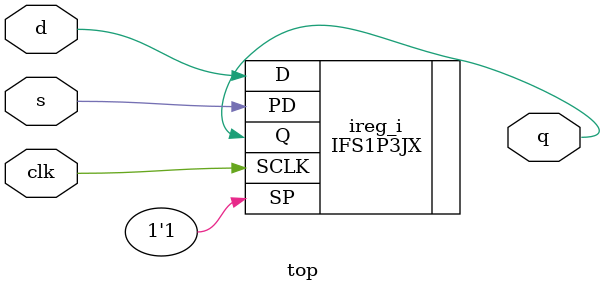
<source format=v>
module top(input clk, input d, s, output q);
	IFS1P3JX ireg_i (.D(d), .SCLK(clk), .SP(1'b1), .PD(s), 
.Q(q));
endmodule


</source>
